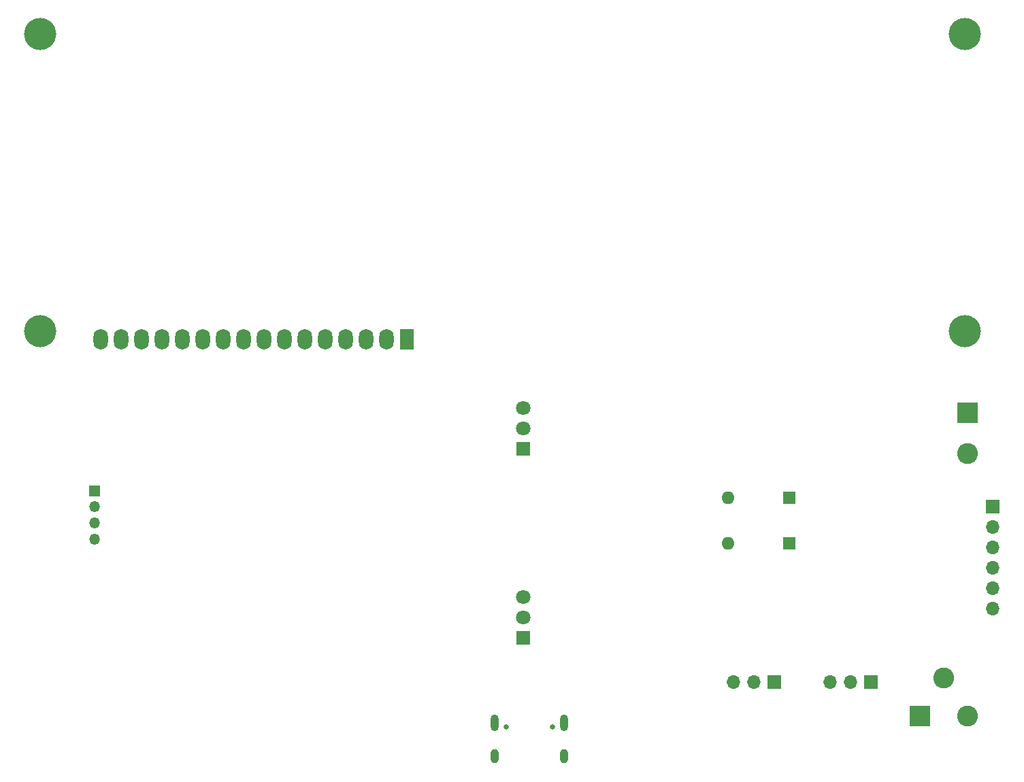
<source format=gbr>
%TF.GenerationSoftware,KiCad,Pcbnew,7.0.10*%
%TF.CreationDate,2024-04-10T04:00:51-07:00*%
%TF.ProjectId,COFFEE_MAKER,434f4646-4545-45f4-9d41-4b45522e6b69,rev?*%
%TF.SameCoordinates,Original*%
%TF.FileFunction,Soldermask,Bot*%
%TF.FilePolarity,Negative*%
%FSLAX46Y46*%
G04 Gerber Fmt 4.6, Leading zero omitted, Abs format (unit mm)*
G04 Created by KiCad (PCBNEW 7.0.10) date 2024-04-10 04:00:51*
%MOMM*%
%LPD*%
G01*
G04 APERTURE LIST*
%ADD10R,1.350000X1.350000*%
%ADD11O,1.350000X1.350000*%
%ADD12R,2.600000X2.600000*%
%ADD13C,2.600000*%
%ADD14C,4.000000*%
%ADD15R,1.800000X2.600000*%
%ADD16O,1.800000X2.600000*%
%ADD17R,1.700000X1.700000*%
%ADD18O,1.700000X1.700000*%
%ADD19R,1.800000X1.800000*%
%ADD20C,1.800000*%
%ADD21R,1.600000X1.600000*%
%ADD22O,1.600000X1.600000*%
%ADD23C,0.650000*%
%ADD24O,1.000000X2.100000*%
%ADD25O,1.000000X1.800000*%
G04 APERTURE END LIST*
D10*
%TO.C,J7*%
X112268000Y-83614000D03*
D11*
X112268000Y-85614000D03*
X112268000Y-87614000D03*
X112268000Y-89614000D03*
%TD*%
D12*
%TO.C,J4*%
X220860620Y-73929240D03*
D13*
X220860620Y-78929240D03*
%TD*%
D14*
%TO.C,DS1*%
X220530420Y-63769240D03*
X220530420Y-26769060D03*
X105529380Y-63769240D03*
X105529380Y-26769060D03*
D15*
X151130000Y-64770000D03*
D16*
X148590000Y-64770000D03*
X146050000Y-64770000D03*
X143510000Y-64770000D03*
X140970000Y-64770000D03*
X138430000Y-64770000D03*
X135890000Y-64770000D03*
X133350000Y-64770000D03*
X130810000Y-64770000D03*
X128270000Y-64770000D03*
X125730000Y-64770000D03*
X123190000Y-64770000D03*
X120650000Y-64770000D03*
X118110000Y-64770000D03*
X115570000Y-64770000D03*
X113030000Y-64770000D03*
%TD*%
D17*
%TO.C,J1*%
X208900000Y-107385000D03*
D18*
X206360000Y-107385000D03*
X203820000Y-107385000D03*
%TD*%
D17*
%TO.C,J3*%
X196835000Y-107385000D03*
D18*
X194295000Y-107385000D03*
X191755000Y-107385000D03*
%TD*%
D19*
%TO.C,U1*%
X165620620Y-101879240D03*
D20*
X165620620Y-99339240D03*
X165620620Y-96799240D03*
%TD*%
D19*
%TO.C,U2*%
X165615620Y-78374240D03*
D20*
X165615620Y-75834240D03*
X165615620Y-73294240D03*
%TD*%
D21*
%TO.C,D7*%
X198730000Y-84455000D03*
D22*
X191110000Y-84455000D03*
%TD*%
D17*
%TO.C,J2*%
X224028000Y-85598000D03*
D18*
X224028000Y-88138000D03*
X224028000Y-90678000D03*
X224028000Y-93218000D03*
X224028000Y-95758000D03*
X224028000Y-98298000D03*
%TD*%
D23*
%TO.C,J5*%
X163480000Y-112965000D03*
X169260000Y-112965000D03*
D24*
X162050000Y-112465000D03*
D25*
X162050000Y-116645000D03*
D24*
X170690000Y-112465000D03*
D25*
X170690000Y-116645000D03*
%TD*%
D21*
%TO.C,D8*%
X198730000Y-90170000D03*
D22*
X191110000Y-90170000D03*
%TD*%
D12*
%TO.C,J6*%
X214932000Y-111634000D03*
D13*
X220932000Y-111634000D03*
X217932000Y-106934000D03*
%TD*%
M02*

</source>
